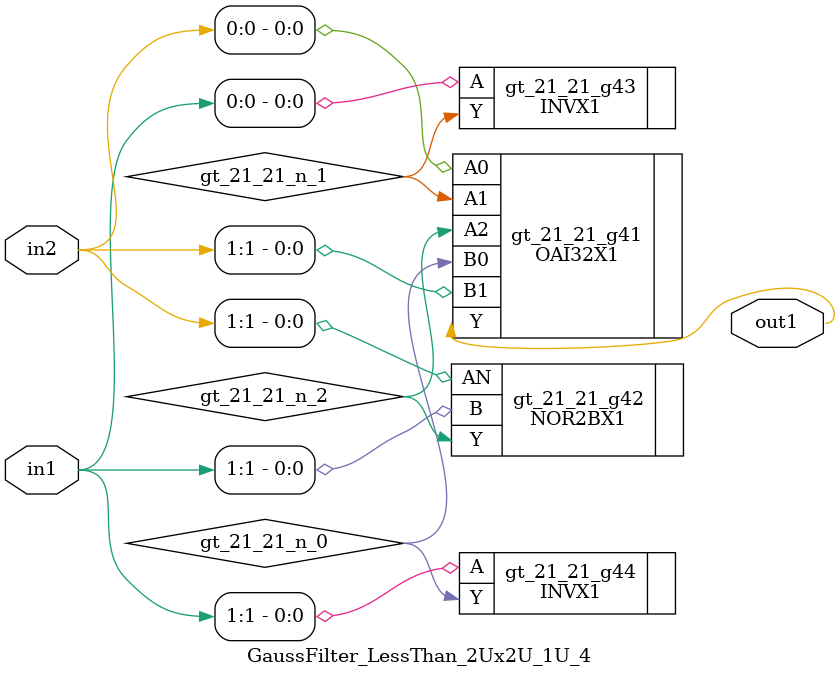
<source format=v>
`timescale 1ps / 1ps


module GaussFilter_LessThan_2Ux2U_1U_4(in2, in1, out1);
  input [1:0] in2, in1;
  output out1;
  wire [1:0] in2, in1;
  wire out1;
  wire gt_21_21_n_0, gt_21_21_n_1, gt_21_21_n_2;
  OAI32X1 gt_21_21_g41(.A0 (in2[0]), .A1 (gt_21_21_n_1), .A2
       (gt_21_21_n_2), .B0 (gt_21_21_n_0), .B1 (in2[1]), .Y (out1));
  NOR2BX1 gt_21_21_g42(.AN (in2[1]), .B (in1[1]), .Y (gt_21_21_n_2));
  INVX1 gt_21_21_g43(.A (in1[0]), .Y (gt_21_21_n_1));
  INVX1 gt_21_21_g44(.A (in1[1]), .Y (gt_21_21_n_0));
endmodule



</source>
